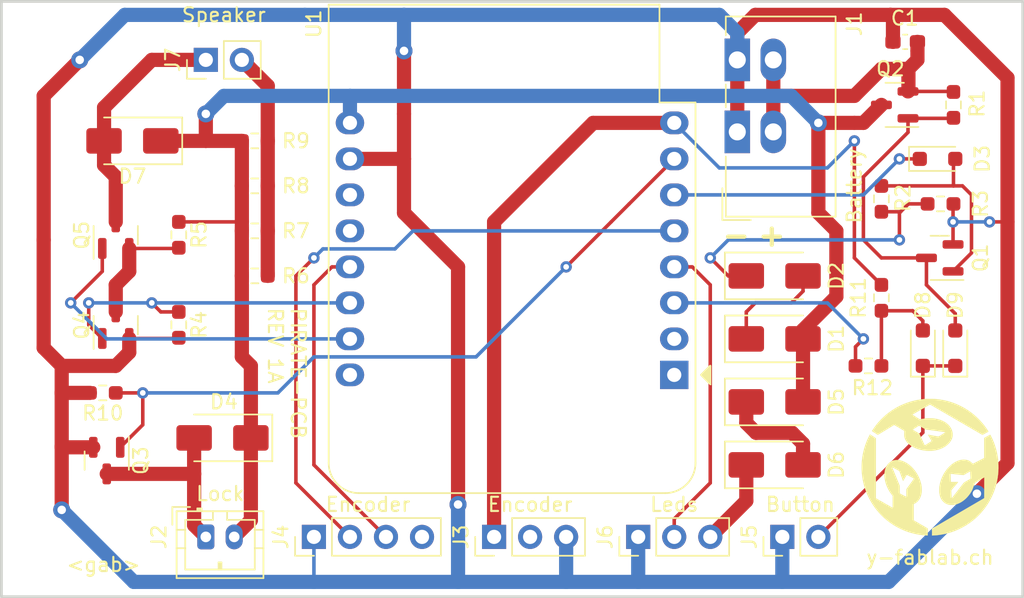
<source format=kicad_pcb>
(kicad_pcb (version 20221018) (generator pcbnew)
  (title_block (title "Pirate Box") (rev "1A"))
  (layers (0 "F.Cu" signal) (31 "B.Cu" signal) (34 "B.Paste" user) (35 "F.Paste" user) (36 "B.SilkS" user "B.Silkscreen") (37 "F.SilkS" user "F.Silkscreen") (38 "B.Mask" user) (39 "F.Mask" user) (44 "Edge.Cuts" user))
  (net 0 "")
  (net 1 "GND")
  (net 2 "Net-(J1-Pin_2)")
  (net 3 "Net-(D4-A)")
  (net 4 "VCC")
  (net 5 "+3V3")
  (net 7 "Net-(J4-Pin_2)")
  (net 8 "Net-(J4-Pin_3)")
  (net 10 "N_POWER_ON")
  (net 11 "Net-(J6-Pin_2)")
  (net 12 "+5VL")
  (net 13 "Net-(D7-A)")
  (net 14 "Net-(J7-Pin_2)")
  (net 15 "N_POWER_OFF")
  (net 16 "Net-(Q3-G)")
  (net 17 "AUDIO_EN")
  (net 18 "Net-(Q4-D)")
  (net 19 "AUDIO_PDM")
  (net 22 "Net-(D8-K)")
  (net 23 "Net-(D3-K)")
  (net 27 "Net-(D1-K)")
  (net 28 "Net-(D2-K)")
  (net 29 "Net-(D5-K)")
  (net 30 "N_BUTTON")
  (net 31 "Net-(U1-D0)")
  (footprint "y-fablab:y-fablab_logo_10mm" (layer "F.Cu") (at 179.464 117.954)
    (fp_text reference "G1" hide)
    (fp_text value "LOGO" hide)
  )
  (footprint "Package_TO_SOT_SMD:SOT-23" (layer "F.Cu") (at 121.425 117.3975 -90)
    (fp_text reference "Q3" (at 0 -2.4 90) (layer "F.SilkS"))
    (fp_text value "AO3400A")
    (pad "1" smd roundrect (at -0.9375 -0.95 270) (size 1.475 0.6) (layers "F.Cu" "F.Paste" "F.Mask") (net 16 "Net-(Q3-G)"))
    (pad "2" smd roundrect (at -0.9375 0.95 270) (size 1.475 0.6) (layers "F.Cu" "F.Paste" "F.Mask") (net 1 "GND"))
    (pad "3" smd roundrect (at 0.9375 0 270) (size 1.475 0.6) (layers "F.Cu" "F.Paste" "F.Mask") (net 3 "Net-(D4-A)"))
  )
  (footprint "Resistor_SMD:R_0603_1608Metric_Pad0.98x0.95mm_HandSolder" (layer "F.Cu") (at 176.035 105.9125 -90)
    (fp_text reference "R11" (at 0.009094 1.626188 90) (layer "F.SilkS"))
    (fp_text value "10K")
    (pad "1" smd roundrect (at -0.9125 0 270) (size 0.975 0.95) (layers "F.Cu" "F.Paste" "F.Mask") (net 5 "+3V3"))
    (pad "2" smd roundrect (at 0.9125 0 270) (size 0.975 0.95) (layers "F.Cu" "F.Paste" "F.Mask") (net 30 "N_BUTTON"))
  )
  (footprint "Package_TO_SOT_SMD:SOT-23" (layer "F.Cu") (at 122.06 107.8425 90)
    (fp_text reference "Q4" (at 0 -2.4 90) (layer "F.SilkS"))
    (fp_text value "AO3400A")
    (pad "1" smd roundrect (at -0.9375 -0.95 90) (size 1.475 0.6) (layers "F.Cu" "F.Paste" "F.Mask") (net 17 "AUDIO_EN"))
    (pad "2" smd roundrect (at -0.9375 0.95 90) (size 1.475 0.6) (layers "F.Cu" "F.Paste" "F.Mask") (net 1 "GND"))
    (pad "3" smd roundrect (at 0.9375 0 90) (size 1.475 0.6) (layers "F.Cu" "F.Paste" "F.Mask") (net 18 "Net-(Q4-D)"))
  )
  (footprint "Resistor_SMD:R_0603_1608Metric_Pad0.98x0.95mm_HandSolder" (layer "F.Cu") (at 175.1225 110.715)
    (fp_text reference "R12" (at 0.271603 1.545308) (layer "F.SilkS"))
    (fp_text value "10K")
    (pad "1" smd roundrect (at -0.9125 0) (size 0.975 0.95) (layers "F.Cu" "F.Paste" "F.Mask") (net 31 "Net-(U1-D0)"))
    (pad "2" smd roundrect (at 0.9125 0) (size 0.975 0.95) (layers "F.Cu" "F.Paste" "F.Mask") (net 30 "N_BUTTON"))
  )
  (footprint "Connector_PinHeader_2.54mm:PinHeader_1x02_P2.54mm_Vertical" (layer "F.Cu") (at 128.41 89.125 90)
    (fp_text reference "J7" (at 0 -2.33 90) (layer "F.SilkS"))
    (fp_text value "Speaker" (at 3.175 1.27 180) (layer "F.SilkS"))
    (pad "1" thru_hole rect (at 0 0 90) (size 1.7 1.7) (drill 1) (layers "*.Cu" "*.Mask") (net 13 "Net-(D7-A)"))
    (pad "2" thru_hole oval (at 0 2.54 90) (size 1.7 1.7) (drill 1) (layers "*.Cu" "*.Mask") (net 14 "Net-(J7-Pin_2)"))
  )
  (footprint "Diode_SMD:D_SMA" (layer "F.Cu") (at 123.235 94.84 180)
    (fp_text reference "D7" (at 0 -2.5 180) (layer "F.SilkS"))
    (fp_text value "1N4007")
    (pad "1" smd roundrect (at -2 0 180) (size 2.5 1.8) (layers "F.Cu" "F.Paste" "F.Mask") (roundrect_rratio 0.1388888889) (net 4 "VCC"))
    (pad "2" smd roundrect (at 2 0 180) (size 2.5 1.8) (layers "F.Cu" "F.Paste" "F.Mask") (roundrect_rratio 0.1388888889) (net 13 "Net-(D7-A)"))
  )
  (footprint "Resistor_SMD:R_0603_1608Metric_Pad0.98x0.95mm_HandSolder" (layer "F.Cu") (at 176.035 98.9275 -90)
    (fp_text reference "R2" (at -0.05373 -1.524 90) (layer "F.SilkS"))
    (fp_text value "10K")
    (pad "1" smd roundrect (at -0.9125 0 270) (size 0.975 0.95) (layers "F.Cu" "F.Paste" "F.Mask") (net 15 "N_POWER_OFF"))
    (pad "2" smd roundrect (at 0.9125 0 270) (size 0.975 0.95) (layers "F.Cu" "F.Paste" "F.Mask") (net 28 "Net-(D2-K)"))
  )
  (footprint "Diode_SMD:D_SMA" (layer "F.Cu") (at 129.585 115.795 180)
    (fp_text reference "D4" (at -0.095 2.54 180) (layer "F.SilkS"))
    (fp_text value "1N4007")
    (pad "1" smd roundrect (at -2 0 180) (size 2.5 1.8) (layers "F.Cu" "F.Paste" "F.Mask") (roundrect_rratio 0.1388888889) (net 4 "VCC"))
    (pad "2" smd roundrect (at 2 0 180) (size 2.5 1.8) (layers "F.Cu" "F.Paste" "F.Mask") (roundrect_rratio 0.1388888889) (net 3 "Net-(D4-A)"))
  )
  (footprint "Diode_SMD:D_SOD-323_HandSoldering" (layer "F.Cu") (at 179.992 96.11)
    (fp_text reference "D3" (at 3.155 0 90) (layer "F.SilkS"))
    (fp_text value "BAT43WS")
    (pad "1" smd roundrect (at -1.25 0) (size 1 1) (layers "F.Cu" "F.Paste" "F.Mask") (net 23 "Net-(D3-K)"))
    (pad "2" smd roundrect (at 1.25 0) (size 1 1) (layers "F.Cu" "F.Paste" "F.Mask") (net 15 "N_POWER_OFF"))
  )
  (footprint "Resistor_SMD:R_0603_1608Metric_Pad0.98x0.95mm_HandSolder" (layer "F.Cu") (at 121.1475 112.62 180)
    (fp_text reference "R10" (at 0 -1.43) (layer "F.SilkS"))
    (fp_text value "10K")
    (pad "1" smd roundrect (at -0.9125 0 180) (size 0.975 0.95) (layers "F.Cu" "F.Paste" "F.Mask") (net 16 "Net-(Q3-G)"))
    (pad "2" smd roundrect (at 0.9125 0 180) (size 0.975 0.95) (layers "F.Cu" "F.Paste" "F.Mask") (net 1 "GND"))
  )
  (footprint "Resistor_SMD:R_0603_1608Metric_Pad0.98x0.95mm_HandSolder" (layer "F.Cu") (at 181.115 92.3 90)
    (fp_text reference "R1" (at 0.083107 1.667096 90) (layer "F.SilkS"))
    (fp_text value "10K")
    (pad "1" smd roundrect (at -0.9125 0 90) (size 0.975 0.95) (layers "F.Cu" "F.Paste" "F.Mask") (net 10 "N_POWER_ON"))
    (pad "2" smd roundrect (at 0.9125 0 90) (size 0.975 0.95) (layers "F.Cu" "F.Paste" "F.Mask") (net 2 "Net-(J1-Pin_2)"))
  )
  (footprint "Diode_SMD:D_SMA" (layer "F.Cu") (at 168.51 113.255)
    (fp_text reference "D5" (at 4.35 0 90) (layer "F.SilkS"))
    (fp_text value "1N4007")
    (pad "1" smd roundrect (at -2 0) (size 2.5 1.8) (layers "F.Cu" "F.Paste" "F.Mask") (roundrect_rratio 0.1388888889) (net 29 "Net-(D5-K)"))
    (pad "2" smd roundrect (at 2 0) (size 2.5 1.8) (layers "F.Cu" "F.Paste" "F.Mask") (roundrect_rratio 0.1388888889) (net 4 "VCC"))
  )
  (footprint "Package_TO_SOT_SMD:SOT-23" (layer "F.Cu") (at 176.9725 92.3 180)
    (fp_text reference "Q2" (at 0.3025 2.54) (layer "F.SilkS"))
    (fp_text value "AO3401A")
    (pad "1" smd roundrect (at -0.9375 -0.95 180) (size 1.475 0.6) (layers "F.Cu" "F.Paste" "F.Mask") (net 10 "N_POWER_ON"))
    (pad "2" smd roundrect (at -0.9375 0.95 180) (size 1.475 0.6) (layers "F.Cu" "F.Paste" "F.Mask") (net 2 "Net-(J1-Pin_2)"))
    (pad "3" smd roundrect (at 0.9375 0 180) (size 1.475 0.6) (layers "F.Cu" "F.Paste" "F.Mask") (net 4 "VCC"))
  )
  (footprint "Connector_PinHeader_2.54mm:PinHeader_1x03_P2.54mm_Vertical" (layer "F.Cu") (at 148.73 122.78 90)
    (fp_text reference "J3" (at 0 -2.33 90) (layer "F.SilkS"))
    (fp_text value "Encoder" (at 2.286 2.54 180) (layer "F.SilkS"))
    (pad "1" thru_hole rect (at 0 0 90) (size 1.7 1.7) (drill 1) (layers "*.Cu" "*.Mask") (net 5 "+3V3"))
    (pad "2" thru_hole oval (at 0 2.54 90) (size 1.7 1.7) (drill 1) (layers "*.Cu" "*.Mask"))
    (pad "3" thru_hole oval (at 0 5.08 90) (size 1.7 1.7) (drill 1) (layers "*.Cu" "*.Mask") (net 1 "GND"))
  )
  (footprint "Resistor_SMD:R_0603_1608Metric_Pad0.98x0.95mm_HandSolder" (layer "F.Cu") (at 126.505 107.8175 -90)
    (fp_text reference "R4" (at 0 -1.43 90) (layer "F.SilkS"))
    (fp_text value "10K")
    (pad "1" smd roundrect (at -0.9125 0 270) (size 0.975 0.95) (layers "F.Cu" "F.Paste" "F.Mask") (net 17 "AUDIO_EN"))
    (pad "2" smd roundrect (at 0.9125 0 270) (size 0.975 0.95) (layers "F.Cu" "F.Paste" "F.Mask") (net 1 "GND"))
  )
  (footprint "Diode_SMD:D_SMA" (layer "F.Cu") (at 168.51 108.81)
    (fp_text reference "D1" (at 4.35 0 90) (layer "F.SilkS"))
    (fp_text value "1N4007")
    (pad "1" smd roundrect (at -2 0) (size 2.5 1.8) (layers "F.Cu" "F.Paste" "F.Mask") (roundrect_rratio 0.1388888889) (net 27 "Net-(D1-K)"))
    (pad "2" smd roundrect (at 2 0) (size 2.5 1.8) (layers "F.Cu" "F.Paste" "F.Mask") (roundrect_rratio 0.1388888889) (net 4 "VCC"))
  )
  (footprint "Connector_JST:JST_PH_B2B-PH-K_1x02_P2.00mm_Vertical" (layer "F.Cu") (at 128.41 122.78)
    (fp_text reference "J2" (at -3.302 0 -90) (layer "F.SilkS"))
    (fp_text value "Lock" (at 1.016 -3.048 180) (layer "F.SilkS"))
    (pad "1" thru_hole roundrect (at 0 0) (size 1.2 1.75) (drill 0.75) (layers "*.Cu" "*.Mask") (roundrect_rratio 0.208333) (net 3 "Net-(D4-A)"))
    (pad "2" thru_hole oval (at 2 0) (size 1.2 1.75) (drill 0.75) (layers "*.Cu" "*.Mask") (net 4 "VCC"))
  )
  (footprint "Resistor_SMD:R_0603_1608Metric_Pad0.98x0.95mm_HandSolder" (layer "F.Cu") (at 131.8625 104.365 180)
    (fp_text reference "R6" (at -2.8975 0) (layer "F.SilkS"))
    (fp_text value "200R")
    (pad "1" smd roundrect (at -0.9125 0 180) (size 0.975 0.95) (layers "F.Cu" "F.Paste" "F.Mask") (net 14 "Net-(J7-Pin_2)"))
    (pad "2" smd roundrect (at 0.9125 0 180) (size 0.975 0.95) (layers "F.Cu" "F.Paste" "F.Mask") (net 4 "VCC"))
  )
  (footprint "footprints:TerminalBlock_KaiFeng_KF141R-2_1x02_P2.54mm" (layer "F.Cu") (at 165.875 89.125)
    (fp_text reference "J1" (at 8.255 -2.54 90) (layer "F.SilkS"))
    (fp_text value "Battery" (at 8.255 8.89 90) (layer "F.SilkS"))
    (pad "1" thru_hole rect (at 0 0) (size 1.8 3) (drill 1.2) (layers "*.Cu" "*.Mask") (net 1 "GND"))
    (pad "1" thru_hole rect (at 0 5.08) (size 1.8 3) (drill 1.2) (layers "*.Cu" "*.Mask") (net 1 "GND"))
    (pad "2" thru_hole oval (at 2.54 0) (size 1.8 3) (drill 1.2) (layers "*.Cu" "*.Mask") (net 2 "Net-(J1-Pin_2)"))
    (pad "2" thru_hole oval (at 2.54 5.08) (size 1.8 3) (drill 1.2) (layers "*.Cu" "*.Mask") (net 2 "Net-(J1-Pin_2)"))
  )
  (footprint "Diode_SMD:D_SMA" (layer "F.Cu") (at 168.51 117.7)
    (fp_text reference "D6" (at 4.35 0 90) (layer "F.SilkS"))
    (fp_text value "1N4007")
    (pad "1" smd roundrect (at -2 0) (size 2.5 1.8) (layers "F.Cu" "F.Paste" "F.Mask") (roundrect_rratio 0.1388888889) (net 12 "+5VL"))
    (pad "2" smd roundrect (at 2 0) (size 2.5 1.8) (layers "F.Cu" "F.Paste" "F.Mask") (roundrect_rratio 0.1388888889) (net 29 "Net-(D5-K)"))
  )
  (footprint "Connector_PinHeader_2.54mm:PinHeader_1x02_P2.54mm_Vertical" (layer "F.Cu") (at 169.05 122.78 90)
    (fp_text reference "J5" (at 0 -2.33 90) (layer "F.SilkS"))
    (fp_text value "Button" (at 2.286 1.27 180) (layer "F.SilkS"))
    (pad "1" thru_hole rect (at 0 0 90) (size 1.7 1.7) (drill 1) (layers "*.Cu" "*.Mask") (net 1 "GND"))
    (pad "2" thru_hole oval (at 0 2.54 90) (size 1.7 1.7) (drill 1) (layers "*.Cu" "*.Mask") (net 22 "Net-(D8-K)"))
  )
  (footprint "Diode_SMD:D_SOD-323_HandSoldering" (layer "F.Cu") (at 178.956 109.465 90)
    (fp_text reference "D8" (at 3.028 0 270) (layer "F.SilkS"))
    (fp_text value "BAT43WS")
    (pad "1" smd roundrect (at -1.25 0 90) (size 1 1) (layers "F.Cu" "F.Paste" "F.Mask") (net 22 "Net-(D8-K)"))
    (pad "2" smd roundrect (at 1.25 0 90) (size 1 1) (layers "F.Cu" "F.Paste" "F.Mask") (net 30 "N_BUTTON"))
  )
  (footprint "Resistor_SMD:R_0603_1608Metric_Pad0.98x0.95mm_HandSolder" (layer "F.Cu") (at 131.8625 101.19 180)
    (fp_text reference "R7" (at -2.8975 0) (layer "F.SilkS"))
    (fp_text value "200R")
    (pad "1" smd roundrect (at -0.9125 0 180) (size 0.975 0.95) (layers "F.Cu" "F.Paste" "F.Mask") (net 14 "Net-(J7-Pin_2)"))
    (pad "2" smd roundrect (at 0.9125 0 180) (size 0.975 0.95) (layers "F.Cu" "F.Paste" "F.Mask") (net 4 "VCC"))
  )
  (footprint "Connector_PinHeader_2.54mm:PinHeader_1x04_P2.54mm_Vertical" (layer "F.Cu") (at 136.03 122.78 90)
    (fp_text reference "J4" (at 0 -2.33 90) (layer "F.SilkS"))
    (fp_text value "Encoder" (at 2.286 3.81 180) (layer "F.SilkS"))
    (pad "1" thru_hole rect (at 0 0 90) (size 1.7 1.7) (drill 1) (layers "*.Cu" "*.Mask") (net 1 "GND"))
    (pad "2" thru_hole oval (at 0 2.54 90) (size 1.7 1.7) (drill 1) (layers "*.Cu" "*.Mask") (net 7 "Net-(J4-Pin_2)"))
    (pad "3" thru_hole oval (at 0 5.08 90) (size 1.7 1.7) (drill 1) (layers "*.Cu" "*.Mask") (net 8 "Net-(J4-Pin_3)"))
    (pad "4" thru_hole oval (at 0 7.62 90) (size 1.7 1.7) (drill 1) (layers "*.Cu" "*.Mask"))
  )
  (footprint "Resistor_SMD:R_0603_1608Metric_Pad0.98x0.95mm_HandSolder" (layer "F.Cu") (at 131.8625 94.84 180)
    (fp_text reference "R9" (at -2.8975 0) (layer "F.SilkS"))
    (fp_text value "200R")
    (pad "1" smd roundrect (at -0.9125 0 180) (size 0.975 0.95) (layers "F.Cu" "F.Paste" "F.Mask") (net 14 "Net-(J7-Pin_2)"))
    (pad "2" smd roundrect (at 0.9125 0 180) (size 0.975 0.95) (layers "F.Cu" "F.Paste" "F.Mask") (net 4 "VCC"))
  )
  (footprint "Package_TO_SOT_SMD:SOT-23" (layer "F.Cu") (at 180.1475 103.095 180)
    (fp_text reference "Q1" (at -2.8725 0 90) (layer "F.SilkS"))
    (fp_text value "AO3400A")
    (pad "1" smd roundrect (at -0.9375 -0.95 180) (size 1.475 0.6) (layers "F.Cu" "F.Paste" "F.Mask") (net 15 "N_POWER_OFF"))
    (pad "2" smd roundrect (at -0.9375 0.95 180) (size 1.475 0.6) (layers "F.Cu" "F.Paste" "F.Mask") (net 1 "GND"))
    (pad "3" smd roundrect (at 0.9375 0 180) (size 1.475 0.6) (layers "F.Cu" "F.Paste" "F.Mask") (net 10 "N_POWER_ON"))
  )
  (footprint "Package_TO_SOT_SMD:SOT-23" (layer "F.Cu") (at 122.06 101.4925 90)
    (fp_text reference "Q5" (at 0 -2.4 90) (layer "F.SilkS"))
    (fp_text value "AO3400A")
    (pad "1" smd roundrect (at -0.9375 -0.95 90) (size 1.475 0.6) (layers "F.Cu" "F.Paste" "F.Mask") (net 19 "AUDIO_PDM"))
    (pad "2" smd roundrect (at -0.9375 0.95 90) (size 1.475 0.6) (layers "F.Cu" "F.Paste" "F.Mask") (net 18 "Net-(Q4-D)"))
    (pad "3" smd roundrect (at 0.9375 0 90) (size 1.475 0.6) (layers "F.Cu" "F.Paste" "F.Mask") (net 13 "Net-(D7-A)"))
  )
  (footprint "Diode_SMD:D_SMA" (layer "F.Cu") (at 168.51 104.365)
    (fp_text reference "D2" (at 4.35 0 90) (layer "F.SilkS"))
    (fp_text value "1N4007")
    (pad "1" smd roundrect (at -2 0) (size 2.5 1.8) (layers "F.Cu" "F.Paste" "F.Mask") (roundrect_rratio 0.1388888889) (net 28 "Net-(D2-K)"))
    (pad "2" smd roundrect (at 2 0) (size 2.5 1.8) (layers "F.Cu" "F.Paste" "F.Mask") (roundrect_rratio 0.1388888889) (net 27 "Net-(D1-K)"))
  )
  (footprint "Capacitor_SMD:C_0603_1608Metric_Pad1.08x0.95mm_HandSolder" (layer "F.Cu") (at 177.7125 87.855 180)
    (fp_text reference "C1" (at 0.034948 1.669403) (layer "F.SilkS"))
    (fp_text value "100n")
    (pad "1" smd roundrect (at -0.8625 0 180) (size 1.075 0.95) (layers "F.Cu" "F.Paste" "F.Mask") (net 2 "Net-(J1-Pin_2)"))
    (pad "2" smd roundrect (at 0.8625 0 180) (size 1.075 0.95) (layers "F.Cu" "F.Paste" "F.Mask") (net 1 "GND"))
  )
  (footprint "Resistor_SMD:R_0603_1608Metric_Pad0.98x0.95mm_HandSolder" (layer "F.Cu") (at 180.2025 99.285)
    (fp_text reference "R3" (at 2.8175 0 90) (layer "F.SilkS"))
    (fp_text value "10K")
    (pad "1" smd roundrect (at -0.9125 0) (size 0.975 0.95) (layers "F.Cu" "F.Paste" "F.Mask") (net 28 "Net-(D2-K)"))
    (pad "2" smd roundrect (at 0.9125 0) (size 0.975 0.95) (layers "F.Cu" "F.Paste" "F.Mask") (net 1 "GND"))
  )
  (footprint "Resistor_SMD:R_0603_1608Metric_Pad0.98x0.95mm_HandSolder" (layer "F.Cu") (at 126.505 101.4675 -90)
    (fp_text reference "R5" (at 0 -1.43 90) (layer "F.SilkS"))
    (fp_text value "10K")
    (pad "1" smd roundrect (at -0.9125 0 270) (size 0.975 0.95) (layers "F.Cu" "F.Paste" "F.Mask") (net 4 "VCC"))
    (pad "2" smd roundrect (at 0.9125 0 270) (size 0.975 0.95) (layers "F.Cu" "F.Paste" "F.Mask") (net 18 "Net-(Q4-D)"))
  )
  (footprint "Connector_PinHeader_2.54mm:PinHeader_1x03_P2.54mm_Vertical" (layer "F.Cu") (at 158.89 122.78 90)
    (fp_text reference "J6" (at 0 -2.33 90) (layer "F.SilkS"))
    (fp_text value "Leds" (at 2.286 2.54 180) (layer "F.SilkS"))
    (pad "1" thru_hole rect (at 0 0 90) (size 1.7 1.7) (drill 1) (layers "*.Cu" "*.Mask") (net 1 "GND"))
    (pad "2" thru_hole oval (at 0 2.54 90) (size 1.7 1.7) (drill 1) (layers "*.Cu" "*.Mask") (net 11 "Net-(J6-Pin_2)"))
    (pad "3" thru_hole oval (at 0 5.08 90) (size 1.7 1.7) (drill 1) (layers "*.Cu" "*.Mask") (net 12 "+5VL"))
  )
  (footprint "Diode_SMD:D_SOD-323_HandSoldering" (layer "F.Cu") (at 181.242 109.465 90)
    (fp_text reference "D9" (at 3.028 0 90) (layer "F.SilkS"))
    (fp_text value "BAT43WS")
    (pad "1" smd roundrect (at -1.25 0 90) (size 1 1) (layers "F.Cu" "F.Paste" "F.Mask") (net 22 "Net-(D8-K)"))
    (pad "2" smd roundrect (at 1.25 0 90) (size 1 1) (layers "F.Cu" "F.Paste" "F.Mask") (net 10 "N_POWER_ON"))
  )
  (footprint "Resistor_SMD:R_0603_1608Metric_Pad0.98x0.95mm_HandSolder" (layer "F.Cu") (at 131.8625 98.015 180)
    (fp_text reference "R8" (at -2.8975 0) (layer "F.SilkS"))
    (fp_text value "200R")
    (pad "1" smd roundrect (at -0.9125 0 180) (size 0.975 0.95) (layers "F.Cu" "F.Paste" "F.Mask") (net 14 "Net-(J7-Pin_2)"))
    (pad "2" smd roundrect (at 0.9125 0 180) (size 0.975 0.95) (layers "F.Cu" "F.Paste" "F.Mask") (net 4 "VCC"))
  )
  (footprint "Module:WEMOS_D1_mini_light" (layer "F.Cu") (at 161.43 111.35 180)
    (fp_text reference "U1" (at 25.4 24.765 90) (layer "F.SilkS"))
    (fp_text value "WeMos_D1_mini")
    (pad "1" thru_hole rect (at 0 0 180) (size 2 2) (drill 1) (layers "*.Cu" "*.Mask"))
    (pad "2" thru_hole oval (at 0 2.54 180) (size 2 1.6) (drill 1) (layers "*.Cu" "*.Mask"))
    (pad "3" thru_hole oval (at 0 5.08 180) (size 2 1.6) (drill 1) (layers "*.Cu" "*.Mask") (net 31 "Net-(U1-D0)"))
    (pad "4" thru_hole oval (at 0 7.62 180) (size 2 1.6) (drill 1) (layers "*.Cu" "*.Mask") (net 11 "Net-(J6-Pin_2)"))
    (pad "5" thru_hole oval (at 0 10.16 180) (size 2 1.6) (drill 1) (layers "*.Cu" "*.Mask") (net 7 "Net-(J4-Pin_2)"))
    (pad "6" thru_hole oval (at 0 12.7 180) (size 2 1.6) (drill 1) (layers "*.Cu" "*.Mask") (net 23 "Net-(D3-K)"))
    (pad "7" thru_hole oval (at 0 15.24 180) (size 2 1.6) (drill 1) (layers "*.Cu" "*.Mask") (net 16 "Net-(Q3-G)"))
    (pad "8" thru_hole oval (at 0 17.78 180) (size 2 1.6) (drill 1) (layers "*.Cu" "*.Mask") (net 5 "+3V3"))
    (pad "9" thru_hole oval (at 22.86 17.78 180) (size 2 1.6) (drill 1) (layers "*.Cu" "*.Mask") (net 4 "VCC"))
    (pad "10" thru_hole oval (at 22.86 15.24 180) (size 2 1.6) (drill 1) (layers "*.Cu" "*.Mask") (net 1 "GND"))
    (pad "11" thru_hole oval (at 22.86 12.7 180) (size 2 1.6) (drill 1) (layers "*.Cu" "*.Mask"))
    (pad "12" thru_hole oval (at 22.86 10.16 180) (size 2 1.6) (drill 1) (layers "*.Cu" "*.Mask"))
    (pad "13" thru_hole oval (at 22.86 7.62 180) (size 2 1.6) (drill 1) (layers "*.Cu" "*.Mask") (net 8 "Net-(J4-Pin_3)"))
    (pad "14" thru_hole oval (at 22.86 5.08 180) (size 2 1.6) (drill 1) (layers "*.Cu" "*.Mask") (net 17 "AUDIO_EN"))
    (pad "15" thru_hole oval (at 22.86 2.54 180) (size 2 1.6) (drill 1) (layers "*.Cu" "*.Mask") (net 19 "AUDIO_PDM"))
    (pad "16" thru_hole oval (at 22.86 0 180) (size 2 1.6) (drill 1) (layers "*.Cu" "*.Mask"))
  )
  (gr_rect (start 114 85) (end 186 127) (stroke (width 0.2)) (fill none) (layer "Edge.Cuts"))
  (gr_text "+" (at 169.433315 102.36825) (layer "F.SilkS") (effects (font (size 1.5 1.5) (thickness 0.3) bold) (justify left bottom mirror)))
  (gr_text "PIRATE-PCB\nREV 1A" (at 132.728 106.524 270) (layer "F.SilkS") (effects (font (size 1 1)) (justify left bottom)))
  (gr_text "<gab>" (at 118.504 125.32) (layer "F.SilkS") (effects (font (size 1 1)) (justify left bottom)))
  (gr_text "y-fablab.ch" (at 179.464 124.812) (layer "F.SilkS") (effects (font (size 1 1)) (justify bottom)))
  (gr_text "-" (at 166.923642 102.36825) (layer "F.SilkS") (effects (font (size 1.5 1.5) (thickness 0.3) bold) (justify left bottom mirror)))
  (segment (start 116.98 109.445) (end 116.98 101.825) (width 1) (layer "F.Cu") (net 1))
  (segment (start 142.38 99.92) (end 146.19 103.73) (width 1) (layer "F.Cu") (net 1))
  (segment (start 184.925 117.573) (end 182.766 119.732) (width 1) (layer "F.Cu") (net 1))
  (segment (start 167.145 85.95) (end 176.67 85.95) (width 1) (layer "F.Cu") (net 1))
  (segment (start 146.19 103.73) (end 146.19 120.494) (width 1) (layer "F.Cu") (net 1))
  (segment (start 176.67 85.95) (end 176.85 86.13) (width 1) (layer "F.Cu") (net 1))
  (segment (start 142.38 96.11) (end 142.38 99.92) (width 1) (layer "F.Cu") (net 1))
  (segment (start 142.38 96.11) (end 142.38 92.935) (width 1) (layer "F.Cu") (net 1))
  (segment (start 116.98 101.825) (end 116.98 91.665) (width 1) (layer "F.Cu") (net 1))
  (segment (start 184.925 100.555) (end 183.655 100.555) (width 0.25) (layer "F.Cu") (net 1))
  (segment (start 165.875 87.22) (end 167.145 85.95) (width 1) (layer "F.Cu") (net 1))
  (segment (start 118.25 120.875) (end 118.25 116.43) (width 1) (layer "F.Cu") (net 1))
  (segment (start 118.25 116.43) (end 118.25 112.62) (width 1) (layer "F.Cu") (net 1))
  (segment (start 138.57 96.11) (end 142.38 96.11) (width 1) (layer "F.Cu") (net 1))
  (segment (start 123.01 109.765) (end 122.06 110.715) (width 1) (layer "F.Cu") (net 1))
  (segment (start 120.475 116.46) (end 118.28 116.46) (width 1) (layer "F.Cu") (net 1))
  (segment (start 176.67 85.95) (end 180.48 85.95) (width 1) (layer "F.Cu") (net 1))
  (segment (start 181.085 100.555) (end 181.085 99.315) (width 0.25) (layer "F.Cu") (net 1))
  (segment (start 176.85 86.13) (end 176.85 87.855) (width 1) (layer "F.Cu") (net 1))
  (segment (start 165.875 89.125) (end 165.875 94.205) (width 1) (layer "F.Cu") (net 1))
  (segment (start 123.01 108.78) (end 123.01 109.765) (width 1) (layer "F.Cu") (net 1))
  (segment (start 126.455 108.78) (end 123.01 108.78) (width 0.25) (layer "F.Cu") (net 1))
  (segment (start 118.25 112.62) (end 118.25 110.715) (width 1) (layer "F.Cu") (net 1))
  (segment (start 184.925 100.555) (end 184.925 117.573) (width 1) (layer "F.Cu") (net 1))
  (segment (start 116.98 91.665) (end 119.52 89.125) (width 1) (layer "F.Cu") (net 1))
  (segment (start 118.25 110.715) (end 116.98 109.445) (width 1) (layer "F.Cu") (net 1))
  (segment (start 181.085 99.315) (end 181.115 99.285) (width 0.25) (layer "F.Cu") (net 1))
  (segment (start 165.875 89.125) (end 165.875 87.22) (width 1) (layer "F.Cu") (net 1))
  (segment (start 126.505 108.73) (end 126.455 108.78) (width 0.25) (layer "F.Cu") (net 1))
  (segment (start 184.925 90.395) (end 184.925 100.555) (width 1) (layer "F.Cu") (net 1))
  (segment (start 142.38 88.49) (end 142.38 92.935) (width 1) (layer "F.Cu") (net 1))
  (segment (start 180.48 85.95) (end 184.925 90.395) (width 1) (layer "F.Cu") (net 1))
  (segment (start 118.28 116.46) (end 118.25 116.43) (width 1) (layer "F.Cu") (net 1))
  (segment (start 122.06 110.715) (end 118.25 110.715) (width 1) (layer "F.Cu") (net 1))
  (segment (start 120.235 112.62) (end 118.25 112.62) (width 1) (layer "F.Cu") (net 1))
  (segment (start 181.085 102.145) (end 181.085 100.555) (width 0.25) (layer "F.Cu") (net 1))
  (via (at 119.52 89.125) (size 1.2) (drill 0.6) (layers "F.Cu" "B.Cu") (net 1))
  (via (at 118.25 120.875) (size 1.2) (drill 0.6) (layers "F.Cu" "B.Cu") (net 1))
  (via (at 181.085 100.555) (size 0.8) (drill 0.4) (layers "F.Cu" "B.Cu") (net 1))
  (via (at 183.655 100.555) (size 0.8) (drill 0.4) (layers "F.Cu" "B.Cu") (net 1))
  (via (at 146.19 120.494) (size 1.2) (drill 0.6) (layers "F.Cu" "B.Cu") (net 1))
  (via (at 142.38 88.49) (size 1.2) (drill 0.6) (layers "F.Cu" "B.Cu") (net 1))
  (via (at 182.766 119.732) (size 1.2) (drill 0.6) (layers "F.Cu" "B.Cu") (net 1))
  (segment (start 136.03 125.955) (end 123.33 125.955) (width 1) (layer "B.Cu") (net 1))
  (segment (start 176.543 125.955) (end 169.05 125.955) (width 1) (layer "B.Cu") (net 1))
  (segment (start 158.89 122.78) (end 158.89 125.955) (width 1) (layer "B.Cu") (net 1))
  (segment (start 158.89 125.955) (end 169.05 125.955) (width 1) (layer "B.Cu") (net 1))
  (segment (start 183.655 100.555) (end 181.085 100.555) (width 0.25) (layer "B.Cu") (net 1))
  (segment (start 158.89 125.955) (end 153.81 125.955) (width 1) (layer "B.Cu") (net 1))
  (segment (start 165.875 87.22) (end 165.875 89.125) (width 1) (layer "B.Cu") (net 1))
  (segment (start 122.695 85.95) (end 135.395 85.95) (width 1) (layer "B.Cu") (net 1))
  (segment (start 135.395 85.95) (end 142.38 85.95) (width 1) (layer "B.Cu") (net 1))
  (segment (start 169.05 125.955) (end 169.05 122.78) (width 1) (layer "B.Cu") (net 1))
  (segment (start 182.766 119.732) (end 176.543 125.955) (width 1) (layer "B.Cu") (net 1))
  (segment (start 136.03 125.955) (end 136.03 122.78) (width 0.25) (layer "B.Cu") (net 1))
  (segment (start 146.19 125.955) (end 136.03 125.955) (width 1) (layer "B.Cu") (net 1))
  (segment (start 153.81 125.955) (end 153.81 122.78) (width 1) (layer "B.Cu") (net 1))
  (segment (start 153.81 125.955) (end 146.19 125.955) (width 1) (layer "B.Cu") (net 1))
  (segment (start 123.33 125.955) (end 118.25 120.875) (width 1) (layer "B.Cu") (net 1))
  (segment (start 142.38 85.95) (end 142.38 88.49) (width 1) (layer "B.Cu") (net 1))
  (segment (start 142.38 85.95) (end 164.605 85.95) (width 1) (layer "B.Cu") (net 1))
  (segment (start 119.52 89.125) (end 122.695 85.95) (width 1) (layer "B.Cu") (net 1))
  (segment (start 146.19 120.494) (end 146.19 125.955) (width 1) (layer "B.Cu") (net 1))
  (segment (start 164.605 85.95) (end 165.875 87.22) (width 1) (layer "B.Cu") (net 1))
  (segment (start 177.94 89.76) (end 177.94 91.32) (width 1) (layer "F.Cu") (net 2))
  (segment (start 178.575 89.125) (end 178.575 88.49) (width 1) (layer "F.Cu") (net 2))
  (segment (start 178.575 88.49) (end 178.575 87.855) (width 1) (layer "F.Cu") (net 2))
  (segment (start 174.13 91.665) (end 176.035 89.76) (width 1) (layer "F.Cu") (net 2))
  (segment (start 176.035 89.76) (end 177.94 89.76) (width 1) (layer "F.Cu") (net 2))
  (segment (start 168.415 94.205) (end 168.415 91.665) (width 1) (layer "F.Cu") (net 2))
  (segment (start 177.94 91.32) (end 177.91 91.35) (width 1) (layer "F.Cu") (net 2))
  (segment (start 181.0775 91.35) (end 177.91 91.35) (width 0.25) (layer "F.Cu") (net 2))
  (segment (start 177.94 89.76) (end 178.575 89.125) (width 1) (layer "F.Cu") (net 2))
  (segment (start 181.115 91.3875) (end 181.0775 91.35) (width 0.25) (layer "F.Cu") (net 2))
  (segment (start 168.415 91.665) (end 168.415 89.125) (width 1) (layer "F.Cu") (net 2))
  (segment (start 168.415 91.665) (end 174.13 91.665) (width 1) (layer "F.Cu") (net 2))
  (segment (start 127.585 118.335) (end 127.585 121.955) (width 1) (layer "F.Cu") (net 3))
  (segment (start 127.585 115.795) (end 127.585 118.335) (width 1) (layer "F.Cu") (net 3))
  (segment (start 121.425 118.335) (end 127.585 118.335) (width 1) (layer "F.Cu") (net 3))
  (segment (start 127.585 121.955) (end 128.41 122.78) (width 1) (layer "F.Cu") (net 3))
  (segment (start 126.505 100.555) (end 130.95 100.555) (width 0.25) (layer "F.Cu") (net 4))
  (segment (start 131.585 121.605) (end 130.41 122.78) (width 1) (layer "F.Cu") (net 4))
  (segment (start 174.765 93.57) (end 176.035 92.3) (width 1) (layer "F.Cu") (net 4))
  (segment (start 130.95 98.015) (end 130.95 100.555) (width 1) (layer "F.Cu") (net 4))
  (segment (start 131.585 115.795) (end 131.585 121.605) (width 1) (layer "F.Cu") (net 4))
  (segment (start 172.86 105.825) (end 172.86 101.19) (width 1) (layer "F.Cu") (net 4))
  (segment (start 171.59 93.57) (end 174.13 93.57) (width 1) (layer "F.Cu") (net 4))
  (segment (start 125.235 94.84) (end 128.41 94.84) (width 1) (layer "F.Cu") (net 4))
  (segment (start 130.95 100.555) (end 130.95 101.19) (width 1) (layer "F.Cu") (net 4))
  (segment (start 174.13 93.57) (end 174.765 93.57) (width 1) (layer "F.Cu") (net 4))
  (segment (start 170.51 113.255) (end 170.51 108.175) (width 1) (layer "F.Cu") (net 4))
  (segment (start 128.41 94.84) (end 130.95 94.84) (width 1) (layer "F.Cu") (net 4))
  (segment (start 131.585 110.715) (end 131.585 115.795) (width 1) (layer "F.Cu") (net 4))
  (segment (start 130.95 101.19) (end 130.95 104.365) (width 1) (layer "F.Cu") (net 4))
  (segment (start 170.51 108.175) (end 172.86 105.825) (width 1) (layer "F.Cu") (net 4))
  (segment (start 128.41 92.935) (end 128.41 94.84) (width 1) (layer "F.Cu") (net 4))
  (segment (start 130.95 94.84) (end 130.95 98.015) (width 1) (layer "F.Cu") (net 4))
  (segment (start 130.95 104.365) (end 130.95 110.08) (width 1) (layer "F.Cu") (net 4))
  (segment (start 171.59 93.57) (end 171.59 99.92) (width 1) (layer "F.Cu") (net 4))
  (segment (start 130.95 110.08) (end 131.585 110.715) (width 1) (layer "F.Cu") (net 4))
  (segment (start 171.59 99.92) (end 172.86 101.19) (width 1) (layer "F.Cu") (net 4))
  (via (at 128.41 92.935) (size 1.2) (drill 0.6) (layers "F.Cu" "B.Cu") (net 4))
  (via (at 171.59 93.57) (size 1.2) (drill 0.6) (layers "F.Cu" "B.Cu") (net 4))
  (segment (start 138.57 93.57) (end 138.57 91.665) (width 1) (layer "B.Cu") (net 4))
  (segment (start 138.57 91.665) (end 169.685 91.665) (width 1) (layer "B.Cu") (net 4))
  (segment (start 129.68 91.665) (end 128.41 92.935) (width 1) (layer "B.Cu") (net 4))
  (segment (start 169.685 91.665) (end 171.59 93.57) (width 1) (layer "B.Cu") (net 4))
  (segment (start 138.57 91.665) (end 129.68 91.665) (width 1) (layer "B.Cu") (net 4))
  (segment (start 148.73 100.555) (end 155.715 93.57) (width 1) (layer "F.Cu") (net 5))
  (segment (start 155.715 93.57) (end 161.43 93.57) (width 1) (layer "F.Cu") (net 5))
  (segment (start 174.13 96.745) (end 174.13 103.095) (width 0.25) (layer "F.Cu") (net 5))
  (segment (start 174.13 103.095) (end 176.035 105) (width 0.25) (layer "F.Cu") (net 5))
  (segment (start 148.73 122.78) (end 148.73 100.555) (width 1) (layer "F.Cu") (net 5))
  (segment (start 174.13 96.745) (end 174.13 94.84) (width 0.25) (layer "F.Cu") (net 5))
  (via (at 174.13 94.84) (size 0.8) (drill 0.4) (layers "F.Cu" "B.Cu") (net 5))
  (segment (start 164.605 96.745) (end 172.225 96.745) (width 0.25) (layer "B.Cu") (net 5))
  (segment (start 172.225 96.745) (end 174.13 94.84) (width 0.25) (layer "B.Cu") (net 5))
  (segment (start 161.43 93.57) (end 164.605 96.745) (width 0.25) (layer "B.Cu") (net 5))
  (segment (start 134.76 104.365) (end 136.03 103.095) (width 0.25) (layer "F.Cu") (net 7))
  (segment (start 134.76 118.97) (end 134.76 104.365) (width 0.25) (layer "F.Cu") (net 7))
  (segment (start 138.57 122.78) (end 134.76 118.97) (width 0.25) (layer "F.Cu") (net 7))
  (via (at 136.03 103.095) (size 0.8) (drill 0.4) (layers "F.Cu" "B.Cu") (net 7))
  (segment (start 141.745 102.46) (end 136.665 102.46) (width 0.25) (layer "B.Cu") (net 7))
  (segment (start 161.43 101.19) (end 143.015 101.19) (width 0.25) (layer "B.Cu") (net 7))
  (segment (start 143.015 101.19) (end 141.745 102.46) (width 0.25) (layer "B.Cu") (net 7))
  (segment (start 136.665 102.46) (end 136.03 103.095) (width 0.25) (layer "B.Cu") (net 7))
  (segment (start 137.3 103.73) (end 138.57 103.73) (width 0.25) (layer "F.Cu") (net 8))
  (segment (start 136.03 105) (end 137.3 103.73) (width 0.25) (layer "F.Cu") (net 8))
  (segment (start 141.11 122.78) (end 136.03 117.7) (width 0.25) (layer "F.Cu") (net 8))
  (segment (start 136.03 117.7) (end 136.03 105) (width 0.25) (layer "F.Cu") (net 8))
  (segment (start 179.21 103.095) (end 176.035 103.095) (width 0.25) (layer "F.Cu") (net 10))
  (segment (start 181.242 107.032) (end 181.242 108.215) (width 0.25) (layer "F.Cu") (net 10))
  (segment (start 176.035 103.095) (end 174.765 101.825) (width 0.25) (layer "F.Cu") (net 10))
  (segment (start 177.91 94.235) (end 177.91 93.25) (width 0.25) (layer "F.Cu") (net 10))
  (segment (start 174.765 97.38) (end 177.91 94.235) (width 0.25) (layer "F.Cu") (net 10))
  (segment (start 181.0775 93.25) (end 177.91 93.25) (width 0.25) (layer "F.Cu") (net 10))
  (segment (start 174.765 101.825) (end 174.765 97.38) (width 0.25) (layer "F.Cu") (net 10))
  (segment (start 181.115 93.2125) (end 181.0775 93.25) (width 0.25) (layer "F.Cu") (net 10))
  (segment (start 179.21 103.095) (end 179.21 105) (width 0.25) (layer "F.Cu") (net 10))
  (segment (start 179.21 105) (end 181.242 107.032) (width 0.25) (layer "F.Cu") (net 10))
  (segment (start 162.7 103.73) (end 161.43 103.73) (width 0.25) (layer "F.Cu") (net 11))
  (segment (start 161.43 121.51) (end 163.97 118.97) (width 0.25) (layer "F.Cu") (net 11))
  (segment (start 163.97 105) (end 162.7 103.73) (width 0.25) (layer "F.Cu") (net 11))
  (segment (start 163.97 118.97) (end 163.97 105) (width 0.25) (layer "F.Cu") (net 11))
  (segment (start 161.43 122.78) (end 161.43 121.51) (width 0.25) (layer "F.Cu") (net 11))
  (segment (start 166.51 120.24) (end 166.51 117.7) (width 1) (layer "F.Cu") (net 12))
  (segment (start 163.97 122.78) (end 166.51 120.24) (width 1) (layer "F.Cu") (net 12))
  (segment (start 122.06 100.555) (end 122.06 97.38) (width 1) (layer "F.Cu") (net 13))
  (segment (start 122.06 97.38) (end 121.235 96.555) (width 1) (layer "F.Cu") (net 13))
  (segment (start 121.235 92.49) (end 124.6 89.125) (width 1) (layer "F.Cu") (net 13))
  (segment (start 121.235 96.555) (end 121.235 94.84) (width 1) (layer "F.Cu") (net 13))
  (segment (start 124.6 89.125) (end 128.41 89.125) (width 1) (layer "F.Cu") (net 13))
  (segment (start 121.235 94.84) (end 121.235 92.49) (width 1) (layer "F.Cu") (net 13))
  (segment (start 132.775 98.015) (end 132.775 101.19) (width 1) (layer "F.Cu") (net 14))
  (segment (start 132.775 101.19) (end 132.775 104.365) (width 1) (layer "F.Cu") (net 14))
  (segment (start 132.775 90.95) (end 132.775 94.84) (width 1) (layer "F.Cu") (net 14))
  (segment (start 130.95 89.125) (end 132.775 90.95) (width 1) (layer "F.Cu") (net 14))
  (segment (start 132.775 94.84) (end 132.775 98.015) (width 1) (layer "F.Cu") (net 14))
  (segment (start 181.75 98.015) (end 181.115 98.015) (width 0.25) (layer "F.Cu") (net 15))
  (segment (start 181.242 96.11) (end 181.115 96.237) (width 0.25) (layer "F.Cu") (net 15))
  (segment (start 182.385 102.745) (end 182.385 98.65) (width 0.25) (layer "F.Cu") (net 15))
  (segment (start 182.385 98.65) (end 181.75 98.015) (width 0.25) (layer "F.Cu") (net 15))
  (segment (start 181.115 96.237) (end 181.115 98.015) (width 0.25) (layer "F.Cu") (net 15))
  (segment (start 181.115 98.015) (end 177.305 98.015) (width 0.25) (layer "F.Cu") (net 15))
  (segment (start 177.305 98.015) (end 176.035 98.015) (width 0.25) (layer "F.Cu") (net 15))
  (segment (start 181.085 104.045) (end 182.385 102.745) (width 0.25) (layer "F.Cu") (net 15))
  (segment (start 123.965 112.62) (end 122.06 112.62) (width 0.25) (layer "F.Cu") (net 16))
  (segment (start 123.965 114.87) (end 123.965 112.62) (width 0.25) (layer "F.Cu") (net 16))
  (segment (start 122.375 116.46) (end 123.965 114.87) (width 0.25) (layer "F.Cu") (net 16))
  (segment (start 156.985 100.555) (end 153.81 103.73) (width 0.25) (layer "F.Cu") (net 16))
  (segment (start 158.255 99.285) (end 156.985 100.555) (width 0.25) (layer "F.Cu") (net 16))
  (segment (start 158.255 99.285) (end 161.43 96.11) (width 0.25) (layer "F.Cu") (net 16))
  (via (at 123.965 112.62) (size 0.8) (drill 0.4) (layers "F.Cu" "B.Cu") (net 16))
  (via (at 153.81 103.73) (size 0.8) (drill 0.4) (layers "F.Cu" "B.Cu") (net 16))
  (segment (start 123.965 112.62) (end 133.49 112.62) (width 0.25) (layer "B.Cu") (net 16))
  (segment (start 147.46 110.08) (end 153.81 103.73) (width 0.25) (layer "B.Cu") (net 16))
  (segment (start 133.49 112.62) (end 136.03 110.08) (width 0.25) (layer "B.Cu") (net 16))
  (segment (start 136.03 110.08) (end 147.46 110.08) (width 0.25) (layer "B.Cu") (net 16))
  (segment (start 120.155 106.27) (end 120.155 107.825) (width 0.25) (layer "F.Cu") (net 17))
  (segment (start 126.505 106.905) (end 125.235 106.905) (width 0.25) (layer "F.Cu") (net 17))
  (segment (start 125.235 106.905) (end 124.6 106.27) (width 0.25) (layer "F.Cu") (net 17))
  (segment (start 120.155 107.825) (end 121.11 108.78) (width 0.25) (layer "F.Cu") (net 17))
  (via (at 120.155 106.27) (size 0.8) (drill 0.4) (layers "F.Cu" "B.Cu") (net 17))
  (via (at 124.6 106.27) (size 0.8) (drill 0.4) (layers "F.Cu" "B.Cu") (net 17))
  (segment (start 138.57 106.27) (end 124.6 106.27) (width 0.25) (layer "B.Cu") (net 17))
  (segment (start 124.6 106.27) (end 120.155 106.27) (width 0.25) (layer "B.Cu") (net 17))
  (segment (start 123.01 102.43) (end 126.455 102.43) (width 0.25) (layer "F.Cu") (net 18))
  (segment (start 126.455 102.43) (end 126.505 102.38) (width 0.25) (layer "F.Cu") (net 18))
  (segment (start 123.01 102.43) (end 123.01 104.05) (width 1) (layer "F.Cu") (net 18))
  (segment (start 123.01 104.05) (end 122.06 105) (width 1) (layer "F.Cu") (net 18))
  (segment (start 122.06 105) (end 122.06 106.905) (width 1) (layer "F.Cu") (net 18))
  (segment (start 121.11 104.045) (end 121.11 102.43) (width 0.25) (layer "F.Cu") (net 19))
  (segment (start 118.885 106.27) (end 121.11 104.045) (width 0.25) (layer "F.Cu") (net 19))
  (via (at 118.885 106.27) (size 0.8) (drill 0.4) (layers "F.Cu" "B.Cu") (net 19))
  (segment (start 130.315 108.81) (end 138.57 108.81) (width 0.25) (layer "B.Cu") (net 19))
  (segment (start 130.315 108.81) (end 121.425 108.81) (width 0.25) (layer "B.Cu") (net 19))
  (segment (start 121.425 108.81) (end 118.885 106.27) (width 0.25) (layer "B.Cu") (net 19))
  (segment (start 178.956 110.715) (end 178.956 115.414) (width 0.25) (layer "F.Cu") (net 22))
  (segment (start 178.956 115.414) (end 177.6225 116.7475) (width 0.25) (layer "F.Cu") (net 22))
  (segment (start 178.956 110.715) (end 181.242 110.715) (width 0.25) (layer "F.Cu") (net 22))
  (segment (start 171.59 122.78) (end 177.6225 116.7475) (width 0.25) (layer "F.Cu") (net 22))
  (segment (start 177.305 96.11) (end 178.742 96.11) (width 0.25) (layer "F.Cu") (net 23))
  (via (at 177.305 96.11) (size 0.8) (drill 0.4) (layers "F.Cu" "B.Cu") (net 23))
  (segment (start 161.43 98.65) (end 174.765 98.65) (width 0.25) (layer "B.Cu") (net 23))
  (segment (start 174.765 98.65) (end 177.305 96.11) (width 0.25) (layer "B.Cu") (net 23))
  (segment (start 170.51 105.445) (end 169.685 106.27) (width 0.25) (layer "F.Cu") (net 27))
  (segment (start 170.51 105.445) (end 170.51 104.365) (width 0.25) (layer "F.Cu") (net 27))
  (segment (start 167.145 106.27) (end 166.51 106.905) (width 0.25) (layer "F.Cu") (net 27))
  (segment (start 169.685 106.27) (end 167.145 106.27) (width 0.25) (layer "F.Cu") (net 27))
  (segment (start 166.51 106.905) (end 166.51 108.81) (width 0.25) (layer "F.Cu") (net 27))
  (segment (start 165.24 104.365) (end 166.51 104.365) (width 0.25) (layer "F.Cu") (net 28))
  (segment (start 177.385 99.84) (end 177.305 99.92) (width 0.25) (layer "F.Cu") (net 28))
  (segment (start 177.94 99.285) (end 179.29 99.285) (width 0.25) (layer "F.Cu") (net 28))
  (segment (start 163.97 103.095) (end 165.24 104.365) (width 0.25) (layer "F.Cu") (net 28))
  (segment (start 177.305 99.92) (end 177.305 101.825) (width 0.25) (layer "F.Cu") (net 28))
  (segment (start 176.035 99.84) (end 177.385 99.84) (width 0.25) (layer "F.Cu") (net 28))
  (segment (start 177.385 99.84) (end 177.94 99.285) (width 0.25) (layer "F.Cu") (net 28))
  (via (at 163.97 103.095) (size 0.8) (drill 0.4) (layers "F.Cu" "B.Cu") (net 28))
  (via (at 177.305 101.825) (size 0.8) (drill 0.4) (layers "F.Cu" "B.Cu") (net 28))
  (segment (start 177.305 101.825) (end 165.24 101.825) (width 0.25) (layer "B.Cu") (net 28))
  (segment (start 165.24 101.825) (end 163.97 103.095) (width 0.25) (layer "B.Cu") (net 28))
  (segment (start 167.201192 115.437271) (end 169.741192 115.437271) (width 1) (layer "F.Cu") (net 29))
  (segment (start 167.201192 115.437271) (end 166.51 114.746079) (width 1) (layer "F.Cu") (net 29))
  (segment (start 169.741192 115.437271) (end 170.51 116.206079) (width 1) (layer "F.Cu") (net 29))
  (segment (start 166.51 114.746079) (end 166.51 113.255) (width 1) (layer "F.Cu") (net 29))
  (segment (start 170.51 116.206079) (end 170.51 117.7) (width 1) (layer "F.Cu") (net 29))
  (segment (start 176.035 110.715) (end 176.035 106.825) (width 0.25) (layer "F.Cu") (net 30))
  (segment (start 178.956 107.54) (end 178.956 108.215) (width 0.25) (layer "F.Cu") (net 30))
  (segment (start 178.241 106.825) (end 176.035 106.825) (width 0.25) (layer "F.Cu") (net 30))
  (segment (start 178.241 106.825) (end 178.956 107.54) (width 0.25) (layer "F.Cu") (net 30))
  (segment (start 174.21 109.365) (end 174.765 108.81) (width 0.25) (layer "F.Cu") (net 31))
  (segment (start 174.21 110.715) (end 174.21 109.365) (width 0.25) (layer "F.Cu") (net 31))
  (via (at 174.765 108.81) (size 0.8) (drill 0.4) (layers "F.Cu" "B.Cu") (net 31))
  (segment (start 174.765 108.81) (end 172.225 106.27) (width 0.25) (layer "B.Cu") (net 31))
  (segment (start 172.225 106.27) (end 161.43 106.27) (width 0.25) (layer "B.Cu") (net 31))
)
</source>
